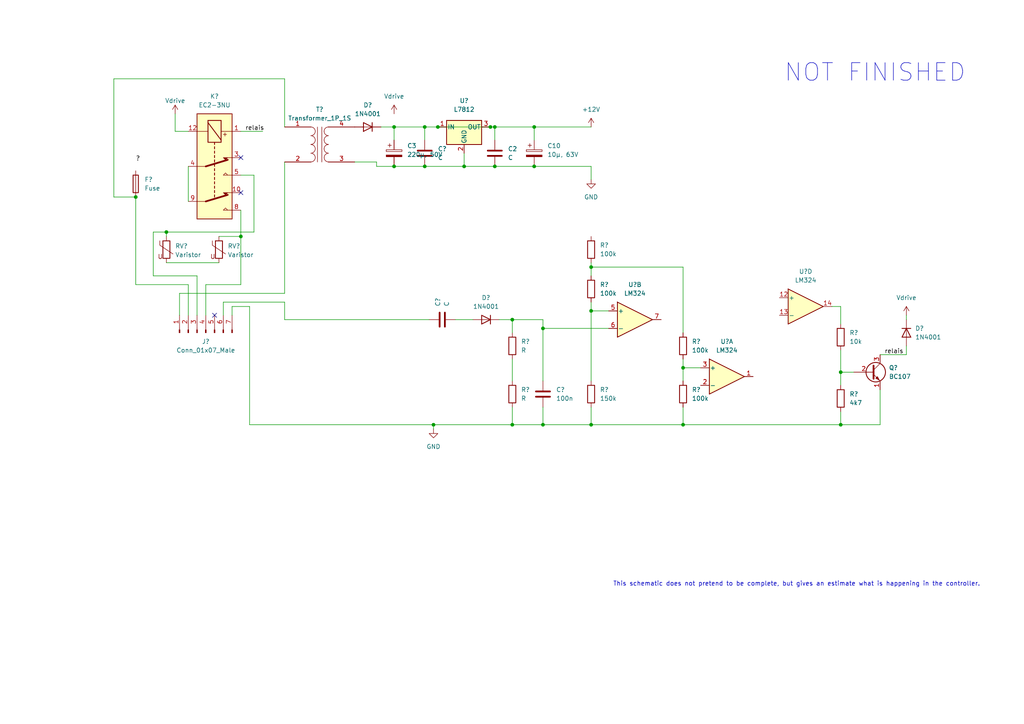
<source format=kicad_sch>
(kicad_sch (version 20230121) (generator eeschema)
  (paper "A4")
  (lib_symbols
    (symbol "Amplifier_Operational:LM324" (pin_names (offset 0.127))
      (property "Reference" "U" (at 0 5.08 0))
      (property "Value" "LM324" (at 0 -5.08 0))
      (symbol "LM324_1_1"
        (polyline (pts (xy -5.08 5.08) (xy 5.08 0) (xy -5.08 -5.08) (xy -5.08 5.08)) (stroke (width 0.254)) (fill (type background)))
        (pin output line (at 7.62 0 180) (length 2.54) (name "~") (number "1"))
        (pin input line (at -7.62 -2.54 0) (length 2.54) (name "-") (number "2"))
        (pin input line (at -7.62 2.54 0) (length 2.54) (name "+") (number "3"))
      )
      (symbol "LM324_2_1"
        (polyline (pts (xy -5.08 5.08) (xy 5.08 0) (xy -5.08 -5.08) (xy -5.08 5.08)) (stroke (width 0.254)) (fill (type background)))
        (pin input line (at -7.62 2.54 0) (length 2.54) (name "+") (number "5"))
        (pin input line (at -7.62 -2.54 0) (length 2.54) (name "-") (number "6"))
        (pin output line (at 7.62 0 180) (length 2.54) (name "~") (number "7"))
      )
      (symbol "LM324_3_1"
        (polyline (pts (xy -5.08 5.08) (xy 5.08 0) (xy -5.08 -5.08) (xy -5.08 5.08)) (stroke (width 0.254)) (fill (type background)))
        (pin input line (at -7.62 2.54 0) (length 2.54) (name "+") (number "10"))
        (pin output line (at 7.62 0 180) (length 2.54) (name "~") (number "8"))
        (pin input line (at -7.62 -2.54 0) (length 2.54) (name "-") (number "9"))
      )
      (symbol "LM324_4_1"
        (polyline (pts (xy -5.08 5.08) (xy 5.08 0) (xy -5.08 -5.08) (xy -5.08 5.08)) (stroke (width 0.254)) (fill (type background)))
        (pin input line (at -7.62 2.54 0) (length 2.54) (name "+") (number "12"))
        (pin input line (at -7.62 -2.54 0) (length 2.54) (name "-") (number "13"))
        (pin output line (at 7.62 0 180) (length 2.54) (name "~") (number "14"))
      )
      (symbol "LM324_5_1"
        (pin power_in line (at -2.54 -7.62 90) (length 3.81) (name "V-") (number "11"))
        (pin power_in line (at -2.54 7.62 270) (length 3.81) (name "V+") (number "4"))
      )
    )
    (symbol "Connector:Conn_01x07_Male" (pin_names (offset 1.016) hide)
      (property "Reference" "J" (at 0 10.16 0))
      (property "Value" "Conn_01x07_Male" (at 0 -10.16 0))
      (symbol "Conn_01x07_Male_1_1"
        (polyline (pts (xy 1.27 -7.62) (xy 0.8636 -7.62)) (stroke (width 0.1524)))
        (polyline (pts (xy 1.27 -5.08) (xy 0.8636 -5.08)) (stroke (width 0.1524)))
        (polyline (pts (xy 1.27 -2.54) (xy 0.8636 -2.54)) (stroke (width 0.1524)))
        (polyline (pts (xy 1.27 0) (xy 0.8636 0)) (stroke (width 0.1524)))
        (polyline (pts (xy 1.27 2.54) (xy 0.8636 2.54)) (stroke (width 0.1524)))
        (polyline (pts (xy 1.27 5.08) (xy 0.8636 5.08)) (stroke (width 0.1524)))
        (polyline (pts (xy 1.27 7.62) (xy 0.8636 7.62)) (stroke (width 0.1524)))
        (rectangle (start 0.8636 -7.493) (end 0 -7.747) (stroke (width 0.1524)) (fill (type outline)))
        (rectangle (start 0.8636 -4.953) (end 0 -5.207) (stroke (width 0.1524)) (fill (type outline)))
        (rectangle (start 0.8636 -2.413) (end 0 -2.667) (stroke (width 0.1524)) (fill (type outline)))
        (rectangle (start 0.8636 0.127) (end 0 -0.127) (stroke (width 0.1524)) (fill (type outline)))
        (rectangle (start 0.8636 2.667) (end 0 2.413) (stroke (width 0.1524)) (fill (type outline)))
        (rectangle (start 0.8636 5.207) (end 0 4.953) (stroke (width 0.1524)) (fill (type outline)))
        (rectangle (start 0.8636 7.747) (end 0 7.493) (stroke (width 0.1524)) (fill (type outline)))
        (pin passive line (at 5.08 7.62 180) (length 3.81) (name "Pin_1") (number "1"))
        (pin passive line (at 5.08 5.08 180) (length 3.81) (name "Pin_2") (number "2"))
        (pin passive line (at 5.08 2.54 180) (length 3.81) (name "Pin_3") (number "3"))
        (pin passive line (at 5.08 0 180) (length 3.81) (name "Pin_4") (number "4"))
        (pin passive line (at 5.08 -2.54 180) (length 3.81) (name "Pin_5") (number "5"))
        (pin passive line (at 5.08 -5.08 180) (length 3.81) (name "Pin_6") (number "6"))
        (pin passive line (at 5.08 -7.62 180) (length 3.81) (name "Pin_7") (number "7"))
      )
    )
    (symbol "Device:C" (pin_numbers hide) (pin_names (offset 0.254))
      (property "Reference" "C" (at 0.635 2.54 0))
      (property "Value" "C" (at 0.635 -2.54 0))
      (symbol "C_0_1"
        (polyline (pts (xy -2.032 -0.762) (xy 2.032 -0.762)) (stroke (width 0.508)))
        (polyline (pts (xy -2.032 0.762) (xy 2.032 0.762)) (stroke (width 0.508)))
      )
      (symbol "C_1_1"
        (pin passive line (at 0 3.81 270) (length 2.794) (name "~") (number "1"))
        (pin passive line (at 0 -3.81 90) (length 2.794) (name "~") (number "2"))
      )
    )
    (symbol "Device:C_Polarized" (pin_numbers hide) (pin_names (offset 0.254))
      (property "Reference" "C" (at 0.635 2.54 0))
      (property "Value" "C_Polarized" (at 0.635 -2.54 0))
      (symbol "C_Polarized_0_1"
        (rectangle (start -2.286 0.508) (end 2.286 1.016))
        (polyline (pts (xy -1.778 2.286) (xy -0.762 2.286)))
        (polyline (pts (xy -1.27 2.794) (xy -1.27 1.778)))
        (rectangle (start 2.286 -0.508) (end -2.286 -1.016) (fill (type outline)))
      )
      (symbol "C_Polarized_1_1"
        (pin passive line (at 0 3.81 270) (length 2.794) (name "~") (number "1"))
        (pin passive line (at 0 -3.81 90) (length 2.794) (name "~") (number "2"))
      )
    )
    (symbol "Device:Fuse" (pin_numbers hide) (pin_names (offset 0))
      (property "Reference" "F" (at 2.032 0 90))
      (property "Value" "Fuse" (at -1.905 0 90))
      (symbol "Fuse_0_1"
        (rectangle (start -0.762 -2.54) (end 0.762 2.54) (stroke (width 0.254)))
        (polyline (pts (xy 0 2.54) (xy 0 -2.54)))
      )
      (symbol "Fuse_1_1"
        (pin passive line (at 0 3.81 270) (length 1.27) (name "~") (number "1"))
        (pin passive line (at 0 -3.81 90) (length 1.27) (name "~") (number "2"))
      )
    )
    (symbol "Device:R" (pin_numbers hide) (pin_names (offset 0))
      (property "Reference" "R" (at 2.032 0 90))
      (property "Value" "R" (at 0 0 90))
      (symbol "R_0_1"
        (rectangle (start -1.016 -2.54) (end 1.016 2.54) (stroke (width 0.254)))
      )
      (symbol "R_1_1"
        (pin passive line (at 0 3.81 270) (length 1.27) (name "~") (number "1"))
        (pin passive line (at 0 -3.81 90) (length 1.27) (name "~") (number "2"))
      )
    )
    (symbol "Device:Transformer_1P_1S" (pin_names (offset 1.016) hide)
      (property "Reference" "T" (at 0 6.35 0))
      (property "Value" "Transformer_1P_1S" (at 0 -7.62 0))
      (symbol "Transformer_1P_1S_0_1"
        (arc (start -2.54 -5.0546) (mid -1.6599 -4.6901) (end -1.27 -3.81))
        (arc (start -2.54 -2.5146) (mid -1.6599 -2.1501) (end -1.27 -1.27))
        (arc (start -2.54 0.0254) (mid -1.6599 0.3899) (end -1.27 1.27))
        (arc (start -2.54 2.5654) (mid -1.6599 2.9299) (end -1.27 3.81))
        (arc (start -1.27 -3.81) (mid -1.642 -2.912) (end -2.54 -2.54))
        (arc (start -1.27 -1.27) (mid -1.642 -0.372) (end -2.54 0))
        (arc (start -1.27 1.27) (mid -1.642 2.168) (end -2.54 2.54))
        (arc (start -1.27 3.81) (mid -1.642 4.708) (end -2.54 5.08))
        (polyline (pts (xy -0.635 5.08) (xy -0.635 -5.08)))
        (polyline (pts (xy 0.635 -5.08) (xy 0.635 5.08)))
        (arc (start 1.2954 -1.27) (mid 1.6599 -2.1501) (end 2.54 -2.5146))
        (arc (start 1.2954 1.27) (mid 1.6599 0.3899) (end 2.54 0.0254))
        (arc (start 1.2954 3.81) (mid 1.6599 2.9299) (end 2.54 2.5654))
        (arc (start 1.3208 -3.81) (mid 1.6853 -4.6901) (end 2.5654 -5.0546))
        (arc (start 2.54 0) (mid 1.642 -0.372) (end 1.2954 -1.27))
        (arc (start 2.54 2.54) (mid 1.642 2.168) (end 1.2954 1.27))
        (arc (start 2.54 5.08) (mid 1.642 4.708) (end 1.2954 3.81))
        (arc (start 2.5654 -2.54) (mid 1.6674 -2.912) (end 1.3208 -3.81))
      )
      (symbol "Transformer_1P_1S_1_1"
        (pin passive line (at -10.16 5.08 0) (length 7.62) (name "AA") (number "1"))
        (pin passive line (at -10.16 -5.08 0) (length 7.62) (name "AB") (number "2"))
        (pin passive line (at 10.16 -5.08 180) (length 7.62) (name "SA") (number "3"))
        (pin passive line (at 10.16 5.08 180) (length 7.62) (name "SB") (number "4"))
      )
    )
    (symbol "Device:Varistor" (pin_numbers hide) (pin_names (offset 0))
      (property "Reference" "RV" (at 3.175 0 90))
      (property "Value" "Varistor" (at -3.175 0 90))
      (symbol "Varistor_0_0"
        (text "U" (at -1.778 -2.032 0) (effects (font (size 1.27 1.27))))
      )
      (symbol "Varistor_0_1"
        (rectangle (start -1.016 -2.54) (end 1.016 2.54) (stroke (width 0.254)))
        (polyline (pts (xy -1.905 2.54) (xy -1.905 1.27) (xy 1.905 -1.27)))
      )
      (symbol "Varistor_1_1"
        (pin passive line (at 0 3.81 270) (length 1.27) (name "~") (number "1"))
        (pin passive line (at 0 -3.81 90) (length 1.27) (name "~") (number "2"))
      )
    )
    (symbol "Diode:1N4001" (pin_numbers hide) (pin_names (offset 1.016) hide)
      (property "Reference" "D" (at 0 2.54 0))
      (property "Value" "1N4001" (at 0 -2.54 0))
      (symbol "1N4001_0_1"
        (polyline (pts (xy -1.27 1.27) (xy -1.27 -1.27)) (stroke (width 0.254)))
        (polyline (pts (xy 1.27 0) (xy -1.27 0)))
        (polyline (pts (xy 1.27 1.27) (xy 1.27 -1.27) (xy -1.27 0) (xy 1.27 1.27)) (stroke (width 0.254)))
      )
      (symbol "1N4001_1_1"
        (pin passive line (at -3.81 0 0) (length 2.54) (name "K") (number "1"))
        (pin passive line (at 3.81 0 180) (length 2.54) (name "A") (number "2"))
      )
    )
    (symbol "Regulator_Linear:L7812" (pin_names (offset 0.254))
      (property "Reference" "U" (at -3.81 3.175 0))
      (property "Value" "L7812" (at 0 3.175 0))
      (symbol "L7812_0_1"
        (rectangle (start -5.08 1.905) (end 5.08 -5.08) (stroke (width 0.254)) (fill (type background)))
      )
      (symbol "L7812_1_1"
        (pin power_in line (at -7.62 0 0) (length 2.54) (name "IN") (number "1"))
        (pin power_in line (at 0 -7.62 90) (length 2.54) (name "GND") (number "2"))
        (pin power_out line (at 7.62 0 180) (length 2.54) (name "OUT") (number "3"))
      )
    )
    (symbol "Relay:EC2-3NU"
      (property "Reference" "K" (at 15.24 8.89 0))
      (property "Value" "EC2-3NU" (at 19.05 6.35 0))
      (symbol "EC2-3NU_1_1"
        (rectangle (start -15.24 5.08) (end 15.24 -5.08) (stroke (width 0.254)) (fill (type background)))
        (rectangle (start -13.335 1.905) (end -6.985 -1.905) (stroke (width 0.254)))
        (polyline (pts (xy -12.7 -1.905) (xy -7.62 1.905)) (stroke (width 0.254)))
        (polyline (pts (xy -10.16 -5.08) (xy -10.16 -1.905)))
        (polyline (pts (xy -10.16 5.08) (xy -10.16 1.905)))
        (polyline (pts (xy -6.985 0) (xy -6.35 0)) (stroke (width 0.254)))
        (polyline (pts (xy -5.715 0) (xy -5.08 0)) (stroke (width 0.254)))
        (polyline (pts (xy -4.445 0) (xy -3.81 0)) (stroke (width 0.254)))
        (polyline (pts (xy -3.175 0) (xy -2.54 0)) (stroke (width 0.254)))
        (polyline (pts (xy -1.905 0) (xy -1.27 0)) (stroke (width 0.254)))
        (polyline (pts (xy -0.635 0) (xy 0 0)) (stroke (width 0.254)))
        (polyline (pts (xy 0 -2.54) (xy -1.905 3.81)) (stroke (width 0.508)))
        (polyline (pts (xy 0 -2.54) (xy 0 -5.08)))
        (polyline (pts (xy 0.635 0) (xy 1.27 0)) (stroke (width 0.254)))
        (polyline (pts (xy 1.905 0) (xy 2.54 0)) (stroke (width 0.254)))
        (polyline (pts (xy 3.175 0) (xy 3.81 0)) (stroke (width 0.254)))
        (polyline (pts (xy 4.445 0) (xy 5.08 0)) (stroke (width 0.254)))
        (polyline (pts (xy 5.715 0) (xy 6.35 0)) (stroke (width 0.254)))
        (polyline (pts (xy 6.985 0) (xy 7.62 0)) (stroke (width 0.254)))
        (polyline (pts (xy 8.255 0) (xy 8.89 0)) (stroke (width 0.254)))
        (polyline (pts (xy 10.16 -2.54) (xy 8.255 3.81)) (stroke (width 0.508)))
        (polyline (pts (xy 10.16 -2.54) (xy 10.16 -5.08)))
        (polyline (pts (xy -2.54 5.08) (xy -2.54 2.54) (xy -1.905 3.175) (xy -2.54 3.81)) (fill (type outline)))
        (polyline (pts (xy 2.54 5.08) (xy 2.54 2.54) (xy 1.905 3.175) (xy 2.54 3.81)))
        (polyline (pts (xy 7.62 5.08) (xy 7.62 2.54) (xy 8.255 3.175) (xy 7.62 3.81)) (fill (type outline)))
        (polyline (pts (xy 12.7 5.08) (xy 12.7 2.54) (xy 12.065 3.175) (xy 12.7 3.81)))
        (text "+" (at -9.271 2.921 0) (effects (font (size 1.27 1.27))))
        (pin passive line (at -10.16 7.62 270) (length 2.54) (name "~") (number "1"))
        (pin passive line (at 7.62 7.62 270) (length 2.54) (name "~") (number "10"))
        (pin passive line (at -10.16 -7.62 90) (length 2.54) (name "~") (number "12"))
        (pin passive line (at -2.54 7.62 270) (length 2.54) (name "~") (number "3"))
        (pin passive line (at 0 -7.62 90) (length 2.54) (name "~") (number "4"))
        (pin passive line (at 2.54 7.62 270) (length 2.54) (name "~") (number "5"))
        (pin passive line (at 12.7 7.62 270) (length 2.54) (name "~") (number "8"))
        (pin passive line (at 10.16 -7.62 90) (length 2.54) (name "~") (number "9"))
      )
    )
    (symbol "Transistor_BJT:BC107" (pin_names (offset 0) hide)
      (property "Reference" "Q" (at 5.08 1.905 0))
      (property "Value" "BC107" (at 5.08 0 0))
      (symbol "BC107_0_1"
        (polyline (pts (xy 0.635 0.635) (xy 2.54 2.54)))
        (polyline (pts (xy 0.635 -0.635) (xy 2.54 -2.54) (xy 2.54 -2.54)))
        (polyline (pts (xy 0.635 1.905) (xy 0.635 -1.905) (xy 0.635 -1.905)) (stroke (width 0.508)))
        (polyline (pts (xy 1.27 -1.778) (xy 1.778 -1.27) (xy 2.286 -2.286) (xy 1.27 -1.778) (xy 1.27 -1.778)) (fill (type outline)))
        (circle (center 1.27 0) (radius 2.8194) (stroke (width 0.254)))
      )
      (symbol "BC107_1_1"
        (pin passive line (at 2.54 -5.08 90) (length 2.54) (name "E") (number "1"))
        (pin input line (at -5.08 0 0) (length 5.715) (name "B") (number "2"))
        (pin passive line (at 2.54 5.08 270) (length 2.54) (name "C") (number "3"))
      )
    )
    (symbol "power:+12V" (power) (pin_names (offset 0))
      (property "Value" "+12V" (at 0 3.556 0))
      (symbol "+12V_0_1"
        (polyline (pts (xy -0.762 1.27) (xy 0 2.54)))
        (polyline (pts (xy 0 0) (xy 0 2.54)))
        (polyline (pts (xy 0 2.54) (xy 0.762 1.27)))
      )
      (symbol "+12V_1_1"
        (pin power_in line (at 0 0 90) (length 0) hide (name "+12V") (number "1"))
      )
    )
    (symbol "power:GND" (power) (pin_names (offset 0))
      (property "Value" "GND" (at 0 -3.81 0))
      (symbol "GND_0_1"
        (polyline (pts (xy 0 0) (xy 0 -1.27) (xy 1.27 -1.27) (xy 0 -2.54) (xy -1.27 -1.27) (xy 0 -1.27)))
      )
      (symbol "GND_1_1"
        (pin power_in line (at 0 0 270) (length 0) hide (name "GND") (number "1"))
      )
    )
    (symbol "power:Vdrive" (power) (pin_names (offset 0))
      (property "Value" "Vdrive" (at 0 3.81 0))
      (symbol "Vdrive_0_1"
        (polyline (pts (xy -0.762 1.27) (xy 0 2.54)))
        (polyline (pts (xy 0 0) (xy 0 2.54)))
        (polyline (pts (xy 0 2.54) (xy 0.762 1.27)))
      )
      (symbol "Vdrive_1_1"
        (pin power_in line (at 0 0 90) (length 0) hide (name "Vdrive") (number "1"))
      )
    )
  )
  (junction (at 171.45 123.19))
  (junction (at 154.94 36.83))
  (junction (at 142.24 36.83))
  (junction (at 157.48 95.25))
  (junction (at 143.51 48.26))
  (junction (at 39.37 57.15))
  (junction (at 127 36.83))
  (junction (at 123.19 36.83))
  (junction (at 148.59 92.71))
  (junction (at 69.85 68.58))
  (junction (at 243.84 107.95))
  (junction (at 148.59 123.19))
  (junction (at 154.94 48.26))
  (junction (at 114.3 36.83))
  (junction (at 171.45 77.47))
  (junction (at 157.48 123.19))
  (junction (at 143.51 36.83))
  (junction (at 243.84 123.19))
  (junction (at 123.19 48.26))
  (junction (at 114.3 48.26))
  (junction (at 198.12 123.19))
  (junction (at 125.73 123.19))
  (junction (at 171.45 90.17))
  (junction (at 198.12 106.68))
  (junction (at 134.62 48.26))
  (junction (at 48.26 67.31))
  (no_connect (at 69.85 45.72))
  (no_connect (at 69.85 55.88))
  (no_connect (at 62.23 91.44))
  (wire (pts (xy 123.19 36.83) (xy 123.19 40.64)))
  (wire (pts (xy 143.51 36.83) (xy 154.94 36.83)))
  (wire (pts (xy 157.48 118.11) (xy 157.48 123.19)))
  (wire (pts (xy 69.85 82.55) (xy 59.69 82.55)))
  (wire (pts (xy 262.89 102.87) (xy 262.89 100.33)))
  (wire (pts (xy 154.94 36.83) (xy 171.45 36.83)))
  (wire (pts (xy 54.61 82.55) (xy 54.61 91.44)))
  (wire (pts (xy 142.24 36.83) (xy 143.51 36.83)))
  (wire (pts (xy 176.53 90.17) (xy 171.45 90.17)))
  (wire (pts (xy 171.45 48.26) (xy 171.45 52.07)))
  (wire (pts (xy 171.45 90.17) (xy 171.45 110.49)))
  (wire (pts (xy 48.26 76.2) (xy 63.5 76.2)))
  (wire (pts (xy 241.3 88.9) (xy 243.84 88.9)))
  (wire (pts (xy 198.12 77.47) (xy 198.12 96.52)))
  (wire (pts (xy 69.85 50.8) (xy 73.66 50.8)))
  (wire (pts (xy 171.45 87.63) (xy 171.45 90.17)))
  (wire (pts (xy 33.02 57.15) (xy 33.02 22.86)))
  (wire (pts (xy 262.89 91.44) (xy 262.89 92.71)))
  (wire (pts (xy 157.48 123.19) (xy 171.45 123.19)))
  (wire (pts (xy 44.45 80.01) (xy 57.15 80.01)))
  (wire (pts (xy 72.39 123.19) (xy 72.39 88.9)))
  (wire (pts (xy 171.45 77.47) (xy 171.45 80.01)))
  (wire (pts (xy 154.94 36.83) (xy 154.94 40.64)))
  (wire (pts (xy 114.3 48.26) (xy 123.19 48.26)))
  (wire (pts (xy 124.46 92.71) (xy 82.55 92.71)))
  (wire (pts (xy 54.61 48.26) (xy 54.61 58.42)))
  (wire (pts (xy 114.3 36.83) (xy 123.19 36.83)))
  (wire (pts (xy 64.77 91.44) (xy 64.77 87.63)))
  (wire (pts (xy 255.27 102.87) (xy 262.89 102.87)))
  (wire (pts (xy 143.51 36.83) (xy 143.51 40.64)))
  (wire (pts (xy 243.84 107.95) (xy 247.65 107.95)))
  (wire (pts (xy 171.45 77.47) (xy 198.12 77.47)))
  (wire (pts (xy 59.69 82.55) (xy 59.69 91.44)))
  (wire (pts (xy 198.12 104.14) (xy 198.12 106.68)))
  (wire (pts (xy 144.78 92.71) (xy 148.59 92.71)))
  (wire (pts (xy 171.45 76.2) (xy 171.45 77.47)))
  (wire (pts (xy 134.62 44.45) (xy 134.62 48.26)))
  (wire (pts (xy 69.85 60.96) (xy 69.85 68.58)))
  (wire (pts (xy 82.55 87.63) (xy 82.55 92.71)))
  (wire (pts (xy 109.22 46.99) (xy 109.22 48.26)))
  (wire (pts (xy 82.55 22.86) (xy 82.55 36.83)))
  (wire (pts (xy 243.84 107.95) (xy 243.84 111.76)))
  (wire (pts (xy 148.59 104.14) (xy 148.59 110.49)))
  (wire (pts (xy 123.19 48.26) (xy 134.62 48.26)))
  (wire (pts (xy 39.37 57.15) (xy 39.37 82.55)))
  (wire (pts (xy 171.45 118.11) (xy 171.45 123.19)))
  (wire (pts (xy 143.51 48.26) (xy 154.94 48.26)))
  (wire (pts (xy 50.8 33.02) (xy 50.8 38.1)))
  (wire (pts (xy 243.84 123.19) (xy 255.27 123.19)))
  (wire (pts (xy 148.59 123.19) (xy 157.48 123.19)))
  (wire (pts (xy 123.19 36.83) (xy 127 36.83)))
  (wire (pts (xy 57.15 80.01) (xy 57.15 91.44)))
  (wire (pts (xy 69.85 68.58) (xy 63.5 68.58)))
  (wire (pts (xy 134.62 48.26) (xy 143.51 48.26)))
  (wire (pts (xy 148.59 92.71) (xy 157.48 92.71)))
  (wire (pts (xy 243.84 101.6) (xy 243.84 107.95)))
  (wire (pts (xy 52.07 85.09) (xy 82.55 85.09)))
  (wire (pts (xy 125.73 123.19) (xy 125.73 124.46)))
  (wire (pts (xy 48.26 67.31) (xy 44.45 67.31)))
  (wire (pts (xy 73.66 50.8) (xy 73.66 67.31)))
  (wire (pts (xy 39.37 57.15) (xy 33.02 57.15)))
  (wire (pts (xy 198.12 106.68) (xy 203.2 106.68)))
  (wire (pts (xy 243.84 119.38) (xy 243.84 123.19)))
  (wire (pts (xy 154.94 48.26) (xy 171.45 48.26)))
  (wire (pts (xy 127 36.83) (xy 142.24 36.83)))
  (wire (pts (xy 72.39 88.9) (xy 67.31 88.9)))
  (wire (pts (xy 64.77 87.63) (xy 82.55 87.63)))
  (wire (pts (xy 198.12 123.19) (xy 243.84 123.19)))
  (wire (pts (xy 114.3 36.83) (xy 114.3 40.64)))
  (wire (pts (xy 67.31 88.9) (xy 67.31 91.44)))
  (wire (pts (xy 198.12 106.68) (xy 198.12 110.49)))
  (wire (pts (xy 69.85 38.1) (xy 76.2 38.1)))
  (wire (pts (xy 52.07 85.09) (xy 52.07 91.44)))
  (wire (pts (xy 157.48 95.25) (xy 176.53 95.25)))
  (wire (pts (xy 102.87 46.99) (xy 109.22 46.99)))
  (wire (pts (xy 69.85 68.58) (xy 69.85 82.55)))
  (wire (pts (xy 125.73 123.19) (xy 72.39 123.19)))
  (wire (pts (xy 148.59 92.71) (xy 148.59 96.52)))
  (wire (pts (xy 171.45 123.19) (xy 198.12 123.19)))
  (wire (pts (xy 243.84 88.9) (xy 243.84 93.98)))
  (wire (pts (xy 157.48 95.25) (xy 157.48 110.49)))
  (wire (pts (xy 48.26 67.31) (xy 48.26 68.58)))
  (wire (pts (xy 33.02 22.86) (xy 82.55 22.86)))
  (wire (pts (xy 157.48 92.71) (xy 157.48 95.25)))
  (wire (pts (xy 39.37 82.55) (xy 54.61 82.55)))
  (wire (pts (xy 148.59 118.11) (xy 148.59 123.19)))
  (wire (pts (xy 50.8 38.1) (xy 54.61 38.1)))
  (wire (pts (xy 82.55 46.99) (xy 82.55 85.09)))
  (wire (pts (xy 110.49 36.83) (xy 114.3 36.83)))
  (wire (pts (xy 125.73 123.19) (xy 148.59 123.19)))
  (wire (pts (xy 73.66 67.31) (xy 48.26 67.31)))
  (wire (pts (xy 109.22 48.26) (xy 114.3 48.26)))
  (wire (pts (xy 44.45 67.31) (xy 44.45 80.01)))
  (wire (pts (xy 198.12 118.11) (xy 198.12 123.19)))
  (wire (pts (xy 255.27 123.19) (xy 255.27 113.03)))
  (wire (pts (xy 132.08 92.71) (xy 137.16 92.71)))
  (text "NOT FINISHED" (at 227.33 24.13 0) (effects (font (size 5.08 5.08)) (justify left bottom)))
  (text "This schematic does not pretend to be complete, but gives an estimate what is happening in the controller." (at 177.8 170.18 0) (effects (font (size 1.27 1.27)) (justify left bottom)))
  (label "?" (at 39.37 46.99 0))
  (label "relais" (at 71.12 38.1 0))
  (label "relais" (at 256.54 102.87 0))
  (symbol (lib_id "Device:Varistor") (at 63.5 72.39 0) (unit 1)
    (property "Reference" "RV?" (at 66.04 71.3731 0) (effects (justify left)))
    (property "Value" "Varistor" (at 66.04 73.9131 0) (effects (justify left)))
  )
  (symbol (lib_id "Transistor_BJT:BC107") (at 252.73 107.95 0) (unit 1)
    (property "Reference" "Q?" (at 257.81 106.6799 0) (effects (justify left)))
    (property "Value" "BC107" (at 257.81 109.2199 0) (effects (justify left)))
    (property "Footprint" "Package_TO_SOT_THT:TO-18-3" (effects hide))
    (property "Datasheet" "http://www.b-kainka.de/Daten/Transistor/BC108.pdf" (effects hide))
  )
  (symbol (lib_id "Device:R") (at 171.45 114.3 0) (unit 1)
    (property "Reference" "R?" (at 173.99 113.0299 0) (effects (justify left)))
    (property "Value" "150k" (at 173.99 115.5699 0) (effects (justify left)))
  )
  (symbol (lib_id "power:+12V") (at 171.45 36.83 0) (unit 1)
    (property "Reference" "#PWR?" (effects hide))
    (property "Value" "+12V" (at 171.45 31.75 0))
  )
  (symbol (lib_id "Amplifier_Operational:LM324") (at 210.82 109.22 0) (unit 1)
    (property "Reference" "U?" (at 210.82 99.06 0))
    (property "Value" "LM324" (at 210.82 101.6 0))
    (property "Datasheet" "http://www.ti.com/lit/ds/symlink/lm2902-n.pdf" (effects hide))
  )
  (symbol (lib_id "Diode:1N4001") (at 262.89 96.52 270) (unit 1)
    (property "Reference" "D?" (at 265.43 95.2499 90) (effects (justify left)))
    (property "Value" "1N4001" (at 265.43 97.7899 90) (effects (justify left)))
    (property "Footprint" "Diode_THT:D_DO-41_SOD81_P10.16mm_Horizontal" (effects hide))
    (property "Datasheet" "http://www.vishay.com/docs/88503/1n4001.pdf" (effects hide))
  )
  (symbol (lib_id "Device:C") (at 128.27 92.71 270) (unit 1)
    (property "Reference" "C?" (at 126.9999 88.9 0) (effects (justify right)))
    (property "Value" "C" (at 129.5399 88.9 0) (effects (justify right)))
  )
  (symbol (lib_id "Device:R") (at 171.45 83.82 0) (unit 1)
    (property "Reference" "R?" (at 173.99 82.5499 0) (effects (justify left)))
    (property "Value" "100k" (at 173.99 85.0899 0) (effects (justify left)))
  )
  (symbol (lib_id "Diode:1N4001") (at 106.68 36.83 180) (unit 1)
    (property "Reference" "D?" (at 106.68 30.48 0))
    (property "Value" "1N4001" (at 106.68 33.02 0))
    (property "Footprint" "Diode_THT:D_DO-41_SOD81_P10.16mm_Horizontal" (effects hide))
    (property "Datasheet" "http://www.vishay.com/docs/88503/1n4001.pdf" (effects hide))
  )
  (symbol (lib_id "Device:Transformer_1P_1S") (at 92.71 41.91 0) (unit 1)
    (property "Reference" "T?" (at 92.7227 31.75 0))
    (property "Value" "Transformer_1P_1S" (at 92.7227 34.29 0))
  )
  (symbol (lib_id "power:GND") (at 125.73 124.46 0) (unit 1)
    (property "Reference" "#PWR?" (effects hide))
    (property "Value" "GND" (at 125.73 129.54 0))
  )
  (symbol (lib_id "Device:R") (at 148.59 114.3 0) (unit 1)
    (property "Reference" "R?" (at 151.13 113.0299 0) (effects (justify left)))
    (property "Value" "R" (at 151.13 115.5699 0) (effects (justify left)))
  )
  (symbol (lib_id "Device:R") (at 198.12 100.33 0) (unit 1)
    (property "Reference" "R?" (at 200.66 99.0599 0) (effects (justify left)))
    (property "Value" "100k" (at 200.66 101.5999 0) (effects (justify left)))
  )
  (symbol (lib_id "Device:R") (at 148.59 100.33 0) (unit 1)
    (property "Reference" "R?" (at 151.13 99.0599 0) (effects (justify left)))
    (property "Value" "R" (at 151.13 101.5999 0) (effects (justify left)))
  )
  (symbol (lib_id "Device:Varistor") (at 48.26 72.39 0) (unit 1)
    (property "Reference" "RV?" (at 50.8 71.3731 0) (effects (justify left)))
    (property "Value" "Varistor" (at 50.8 73.9131 0) (effects (justify left)))
  )
  (symbol (lib_id "Device:Fuse") (at 39.37 53.34 0) (unit 1)
    (property "Reference" "F?" (at 41.91 52.0699 0) (effects (justify left)))
    (property "Value" "Fuse" (at 41.91 54.6099 0) (effects (justify left)))
  )
  (symbol (lib_id "Device:C_Polarized") (at 154.94 44.45 0) (unit 1)
    (property "Reference" "C10" (at 158.75 42.2909 0) (effects (justify left)))
    (property "Value" "10µ, 63V" (at 158.75 44.8309 0) (effects (justify left)))
  )
  (symbol (lib_id "Device:C") (at 143.51 44.45 0) (unit 1)
    (property "Reference" "C2" (at 147.32 43.1799 0) (effects (justify left)))
    (property "Value" "C" (at 147.32 45.7199 0) (effects (justify left)))
  )
  (symbol (lib_id "Amplifier_Operational:LM324") (at 184.15 92.71 0) (unit 2)
    (property "Reference" "U?" (at 184.15 82.55 0))
    (property "Value" "LM324" (at 184.15 85.09 0))
    (property "Datasheet" "http://www.ti.com/lit/ds/symlink/lm2902-n.pdf" (effects hide))
  )
  (symbol (lib_id "Diode:1N4001") (at 140.97 92.71 180) (unit 1)
    (property "Reference" "D?" (at 140.97 86.36 0))
    (property "Value" "1N4001" (at 140.97 88.9 0))
    (property "Footprint" "Diode_THT:D_DO-41_SOD81_P10.16mm_Horizontal" (effects hide))
    (property "Datasheet" "http://www.vishay.com/docs/88503/1n4001.pdf" (effects hide))
  )
  (symbol (lib_id "Regulator_Linear:L7812") (at 134.62 36.83 0) (unit 1)
    (property "Reference" "U?" (at 134.62 29.21 0))
    (property "Value" "L7812" (at 134.62 31.75 0))
    (property "Datasheet" "http://www.st.com/content/ccc/resource/technical/document/datasheet/41/4f/b3/b0/12/d4/47/88/CD00000444.pdf/files/CD00000444.pdf/jcr:content/translations/en.CD00000444.pdf" (effects hide))
  )
  (symbol (lib_id "Device:R") (at 198.12 114.3 0) (unit 1)
    (property "Reference" "R?" (at 200.66 113.0299 0) (effects (justify left)))
    (property "Value" "100k" (at 200.66 115.5699 0) (effects (justify left)))
  )
  (symbol (lib_id "Relay:EC2-3NU") (at 62.23 48.26 270) (unit 1)
    (property "Reference" "K?" (at 62.23 27.94 90))
    (property "Value" "EC2-3NU" (at 62.23 30.48 90))
    (property "Footprint" "Relay_THT:Relay_DPDT_Kemet_EC2" (effects hide))
    (property "Datasheet" "https://content.kemet.com/datasheets/KEM_R7002_EC2_EE2.pdf" (effects hide))
  )
  (symbol (lib_id "power:Vdrive") (at 262.89 91.44 0) (unit 1)
    (property "Reference" "#PWR?" (effects hide))
    (property "Value" "Vdrive" (at 262.89 86.36 0))
  )
  (symbol (lib_id "Device:R") (at 243.84 115.57 0) (unit 1)
    (property "Reference" "R?" (at 246.38 114.2999 0) (effects (justify left)))
    (property "Value" "4k7" (at 246.38 116.8399 0) (effects (justify left)))
  )
  (symbol (lib_id "Device:C") (at 157.48 114.3 0) (unit 1)
    (property "Reference" "C?" (at 161.29 113.0299 0) (effects (justify left)))
    (property "Value" "100n" (at 161.29 115.5699 0) (effects (justify left)))
  )
  (symbol (lib_id "Connector:Conn_01x07_Male") (at 59.69 96.52 90) (unit 1)
    (property "Reference" "J?" (at 59.69 99.06 90))
    (property "Value" "Conn_01x07_Male" (at 59.69 101.6 90))
  )
  (symbol (lib_id "power:Vdrive") (at 50.8 33.02 0) (unit 1)
    (property "Reference" "#PWR?" (effects hide))
    (property "Value" "Vdrive" (at 50.8 29.21 0))
  )
  (symbol (lib_id "Device:C_Polarized") (at 114.3 44.45 0) (unit 1)
    (property "Reference" "C3" (at 118.11 42.2909 0) (effects (justify left)))
    (property "Value" "220µ, 50V" (at 118.11 44.8309 0) (effects (justify left)))
  )
  (symbol (lib_id "Device:R") (at 171.45 72.39 0) (unit 1)
    (property "Reference" "R?" (at 173.99 71.1199 0) (effects (justify left)))
    (property "Value" "100k" (at 173.99 73.6599 0) (effects (justify left)))
  )
  (symbol (lib_id "Amplifier_Operational:LM324") (at 233.68 88.9 0) (unit 4)
    (property "Reference" "U?" (at 233.68 78.74 0))
    (property "Value" "LM324" (at 233.68 81.28 0))
    (property "Datasheet" "http://www.ti.com/lit/ds/symlink/lm2902-n.pdf" (effects hide))
  )
  (symbol (lib_id "Device:R") (at 243.84 97.79 0) (unit 1)
    (property "Reference" "R?" (at 246.38 96.5199 0) (effects (justify left)))
    (property "Value" "10k" (at 246.38 99.0599 0) (effects (justify left)))
  )
  (symbol (lib_id "power:GND") (at 171.45 52.07 0) (unit 1)
    (property "Reference" "#PWR?" (effects hide))
    (property "Value" "GND" (at 171.45 57.15 0))
  )
  (symbol (lib_id "power:Vdrive") (at 114.3 33.02 0) (unit 1)
    (property "Reference" "#PWR?" (effects hide))
    (property "Value" "Vdrive" (at 114.3 27.94 0))
  )
  (symbol (lib_id "Device:C") (at 123.19 44.45 0) (unit 1)
    (property "Reference" "C?" (at 127 43.1799 0) (effects (justify left)))
    (property "Value" "C" (at 127 45.7199 0) (effects (justify left)))
  )
)
</source>
